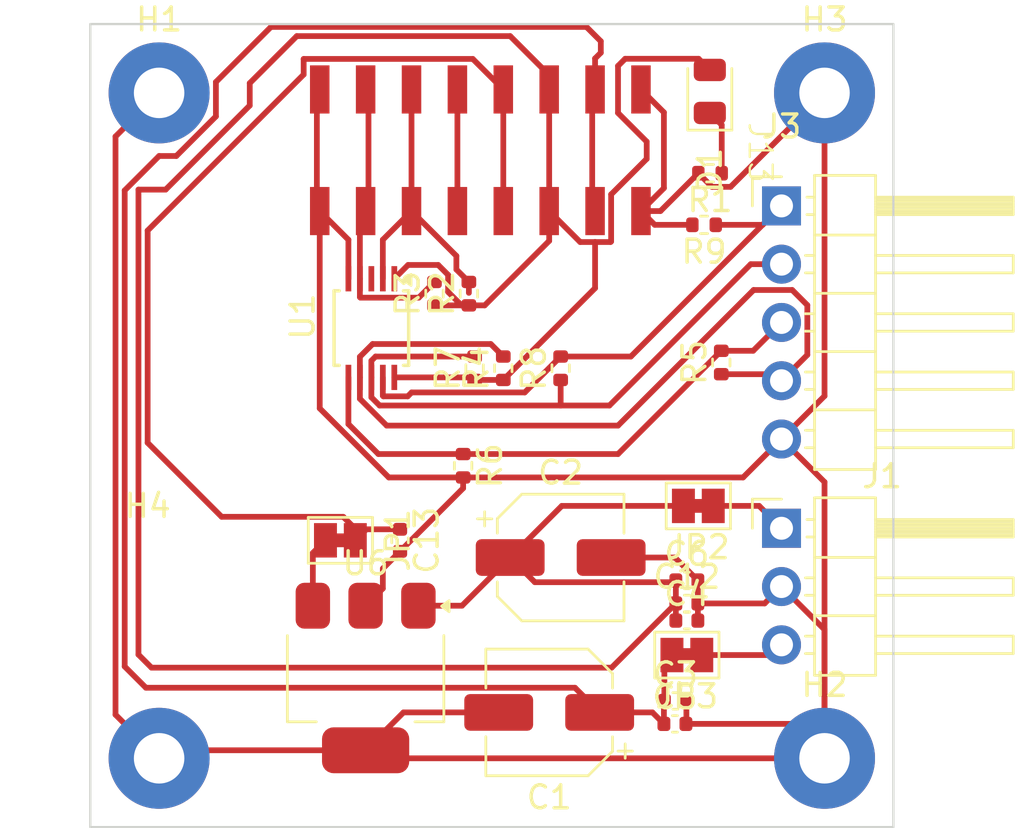
<source format=kicad_pcb>
(kicad_pcb (version 20240108) (generator "pcbnew") (generator_version "8.0")
  (layers (0 "F.Cu" signal) (31 "B.Cu" signal) (34 "B.Paste" user) (35 "F.Paste" user) (36 "B.SilkS" user "B.Silkscreen") (37 "F.SilkS" user "F.Silkscreen") (38 "B.Mask" user) (39 "F.Mask" user) (44 "Edge.Cuts" user))
  (net 0 "")
  (net 1 "GND")
  (net 2 "SDA")
  (net 3 "SCL")
  (net 4 "+3V3")
  (net 5 "+5V")
  (net 6 "Net-(J1-Pin_1)")
  (net 7 "Net-(J1-Pin_3)")
  (net 8 "+12V")
  (net 9 "IO2")
  (net 10 "Net-(D1-K)")
  (net 11 "DSDAM")
  (net 12 "DSCLP")
  (net 13 "DSCLM")
  (net 14 "DSDAP")
  (net 15 "Net-(JP1-A)")
  (footprint "MountingHole:MountingHole_2.2mm_M2_Pad_TopBottom" (layer "F.Cu") (at 247.5 97)
    (property "Reference" "H2" (at 0 -3.2 0) (layer "F.SilkS"))
    (property "Value" "MountingHole_Pad")
    (pad "1" thru_hole circle (at 0 0) (size 2.6 2.6) (drill 2.2) (layers "*.Cu" "*.Mask") (net 1 "GND"))
    (pad "1" connect circle (at 0 0) (size 4.4 4.4) (layers "F.Cu" "F.Mask") (net 1 "GND"))
    (pad "1" connect circle (at 0 0) (size 4.4 4.4) (layers "B.Cu" "B.Mask") (net 1 "GND"))
  )
  (footprint "Capacitor_SMD:C_0402_1005Metric" (layer "F.Cu") (at 241.5 90.25)
    (property "Reference" "C12" (at 0 -1.16 0) (layer "F.SilkS"))
    (property "Value" "4.7µF")
    (fp_line (start -0.107836 -0.36) (end 0.107836 -0.36) (stroke (width 0.12)) (layer "F.SilkS"))
    (fp_line (start -0.107836 0.36) (end 0.107836 0.36) (stroke (width 0.12)) (layer "F.SilkS"))
    (pad "1" smd roundrect (at -0.48 0) (size 0.56 0.62) (layers "F.Cu" "F.Paste" "F.Mask") (net 5 "+5V"))
    (pad "2" smd roundrect (at 0.48 0) (size 0.56 0.62) (layers "F.Cu" "F.Paste" "F.Mask") (net 1 "GND"))
  )
  (footprint "Package_SO:TSSOP-10_3x3mm_P0.5mm" (layer "F.Cu") (at 227.75 78.25 -90)
    (property "Reference" "U1" (at -0.5 3 90) (layer "F.SilkS"))
    (property "Value" "PCA9615DP")
    (fp_line (start -1.625 1.625) (end 1.625 1.625) (stroke (width 0.15)) (layer "F.SilkS"))
    (fp_line (start -1.625 1.625) (end -1.625 1.4) (stroke (width 0.15)) (layer "F.SilkS"))
    (fp_line (start 1.625 1.625) (end 1.625 1.4) (stroke (width 0.15)) (layer "F.SilkS"))
    (fp_line (start -1.625 -1.625) (end -1.625 -1.4) (stroke (width 0.15)) (layer "F.SilkS"))
    (fp_line (start -1.625 -1.625) (end 1.625 -1.625) (stroke (width 0.15)) (layer "F.SilkS"))
    (fp_line (start 1.625 -1.625) (end 1.625 -1.4) (stroke (width 0.15)) (layer "F.SilkS"))
    (fp_poly (pts (xy -2.1 -1.4) (xy -2.34 -1.73) (xy -1.86 -1.73) (xy -2.1 -1.4)) (stroke (width 0.12)) (fill solid) (layer "F.SilkS"))
    (pad "1" smd rect (at -2.15 -1 270) (size 1.1 0.25) (layers "F.Cu" "F.Paste" "F.Mask") (net 5 "+5V"))
    (pad "2" smd rect (at -2.15 -0.5 270) (size 1.1 0.25) (layers "F.Cu" "F.Paste" "F.Mask") (net 2 "SDA"))
    (pad "3" smd rect (at -2.15 0 270) (size 1.1 0.25) (layers "F.Cu" "F.Paste" "F.Mask"))
    (pad "4" smd rect (at -2.15 0.5 270) (size 1.1 0.25) (layers "F.Cu" "F.Paste" "F.Mask") (net 3 "SCL"))
    (pad "5" smd rect (at -2.15 1 270) (size 1.1 0.25) (layers "F.Cu" "F.Paste" "F.Mask") (net 1 "GND"))
    (pad "6" smd rect (at 2.15 1 270) (size 1.1 0.25) (layers "F.Cu" "F.Paste" "F.Mask") (net 13 "DSCLM"))
    (pad "7" smd rect (at 2.15 0.5 270) (size 1.1 0.25) (layers "F.Cu" "F.Paste" "F.Mask") (net 12 "DSCLP"))
    (pad "8" smd rect (at 2.15 0 270) (size 1.1 0.25) (layers "F.Cu" "F.Paste" "F.Mask") (net 14 "DSDAP"))
    (pad "9" smd rect (at 2.15 -0.5 270) (size 1.1 0.25) (layers "F.Cu" "F.Paste" "F.Mask") (net 11 "DSDAM"))
    (pad "10" smd rect (at 2.15 -1 270) (size 1.1 0.25) (layers "F.Cu" "F.Paste" "F.Mask") (net 5 "+5V"))
  )
  (footprint "Capacitor_SMD:CP_Elec_5x3" (layer "F.Cu") (at 236 88.25)
    (property "Reference" "C2" (at 0 -3.7 0) (layer "F.SilkS"))
    (property "Value" "0.1µF")
    (fp_line (start -3.625 -1.685) (end -3 -1.685) (stroke (width 0.12)) (layer "F.SilkS"))
    (fp_line (start -3.3125 -1.9975) (end -3.3125 -1.3725) (stroke (width 0.12)) (layer "F.SilkS"))
    (fp_line (start -2.76 -1.695563) (end -2.76 -1.06) (stroke (width 0.12)) (layer "F.SilkS"))
    (fp_line (start -2.76 -1.695563) (end -1.695563 -2.76) (stroke (width 0.12)) (layer "F.SilkS"))
    (fp_line (start -2.76 1.695563) (end -2.76 1.06) (stroke (width 0.12)) (layer "F.SilkS"))
    (fp_line (start -2.76 1.695563) (end -1.695563 2.76) (stroke (width 0.12)) (layer "F.SilkS"))
    (fp_line (start -1.695563 -2.76) (end 2.76 -2.76) (stroke (width 0.12)) (layer "F.SilkS"))
    (fp_line (start -1.695563 2.76) (end 2.76 2.76) (stroke (width 0.12)) (layer "F.SilkS"))
    (fp_line (start 2.76 -2.76) (end 2.76 -1.06) (stroke (width 0.12)) (layer "F.SilkS"))
    (fp_line (start 2.76 2.76) (end 2.76 1.06) (stroke (width 0.12)) (layer "F.SilkS"))
    (pad "1" smd roundrect (at -2.2 0) (size 3 1.6) (layers "F.Cu" "F.Paste" "F.Mask") (roundrect_rratio 0.15625) (net 5 "+5V"))
    (pad "2" smd roundrect (at 2.2 0) (size 3 1.6) (layers "F.Cu" "F.Paste" "F.Mask") (roundrect_rratio 0.15625) (net 1 "GND"))
  )
  (footprint "Resistor_SMD:R_0402_1005Metric" (layer "F.Cu") (at 232.25 80 90)
    (property "Reference" "R7" (at 0 -1.17 90) (layer "F.SilkS"))
    (property "Value" "600")
    (fp_line (start -0.153641 -0.38) (end 0.153641 -0.38) (stroke (width 0.12)) (layer "F.SilkS"))
    (fp_line (start -0.153641 0.38) (end 0.153641 0.38) (stroke (width 0.12)) (layer "F.SilkS"))
    (pad "1" smd roundrect (at -0.51 0 90) (size 0.54 0.64) (layers "F.Cu" "F.Paste" "F.Mask") (net 5 "+5V"))
    (pad "2" smd roundrect (at 0.51 0 90) (size 0.54 0.64) (layers "F.Cu" "F.Paste" "F.Mask") (net 14 "DSDAP"))
  )
  (footprint "Resistor_SMD:R_0402_1005Metric" (layer "F.Cu") (at 242.51 71.5 180)
    (property "Reference" "R1" (at 0 -1.17 0) (layer "F.SilkS"))
    (property "Value" "1k")
    (fp_line (start -0.153641 0.38) (end 0.153641 0.38) (stroke (width 0.12)) (layer "F.SilkS"))
    (fp_line (start -0.153641 -0.38) (end 0.153641 -0.38) (stroke (width 0.12)) (layer "F.SilkS"))
    (pad "1" smd roundrect (at -0.51 0 180) (size 0.54 0.64) (layers "F.Cu" "F.Paste" "F.Mask") (net 10 "Net-(D1-K)"))
    (pad "2" smd roundrect (at 0.51 0 180) (size 0.54 0.64) (layers "F.Cu" "F.Paste" "F.Mask") (net 1 "GND"))
  )
  (footprint "Jumper:SolderJumper-2_P1.3mm_Bridged_Pad1.0x1.5mm" (layer "F.Cu") (at 241.5 92.5 180)
    (property "Reference" "JP3" (at 0 -1.8 0) (layer "F.SilkS"))
    (property "Value" "MEASO")
    (fp_poly (pts (xy -0.25 -0.3) (xy 0.25 -0.3) (xy 0.25 0.3) (xy -0.25 0.3)) (fill solid) (layer "F.Cu"))
    (fp_line (start 1.4 1) (end -1.4 1) (stroke (width 0.12)) (layer "F.SilkS"))
    (fp_line (start 1.4 -1) (end 1.4 1) (stroke (width 0.12)) (layer "F.SilkS"))
    (fp_line (start -1.4 1) (end -1.4 -1) (stroke (width 0.12)) (layer "F.SilkS"))
    (fp_line (start -1.4 -1) (end 1.4 -1) (stroke (width 0.12)) (layer "F.SilkS"))
    (pad "1" smd rect (at -0.65 0 180) (size 1 1.5) (layers "F.Cu" "F.Mask") (net 7 "Net-(J1-Pin_3)"))
    (pad "2" smd rect (at 0.65 0 180) (size 1 1.5) (layers "F.Cu" "F.Mask") (net 8 "+12V"))
  )
  (footprint "Resistor_SMD:R_0402_1005Metric" (layer "F.Cu") (at 236 80 90)
    (property "Reference" "R8" (at 0 -1.17 90) (layer "F.SilkS"))
    (property "Value" "120")
    (fp_line (start -0.153641 -0.38) (end 0.153641 -0.38) (stroke (width 0.12)) (layer "F.SilkS"))
    (fp_line (start -0.153641 0.38) (end 0.153641 0.38) (stroke (width 0.12)) (layer "F.SilkS"))
    (pad "1" smd roundrect (at -0.51 0 90) (size 0.54 0.64) (layers "F.Cu" "F.Paste" "F.Mask") (net 14 "DSDAP"))
    (pad "2" smd roundrect (at 0.51 0 90) (size 0.54 0.64) (layers "F.Cu" "F.Paste" "F.Mask") (net 11 "DSDAM"))
  )
  (footprint "Connector_PinHeader_2.54mm:PinHeader_1x05_P2.54mm_Horizontal" (layer "F.Cu") (at 245.625 72.925)
    (property "Reference" "J3" (at 0 -3.46 0) (layer "F.SilkS"))
    (property "Value" "DATA")
    (fp_line (start -1.27 -1.27) (end 0 -1.27) (stroke (width 0.12)) (layer "F.SilkS"))
    (fp_line (start -1.27 0) (end -1.27 -1.27) (stroke (width 0.12)) (layer "F.SilkS"))
    (fp_line (start 1.042929 2.16) (end 1.44 2.16) (stroke (width 0.12)) (layer "F.SilkS"))
    (fp_line (start 1.042929 2.92) (end 1.44 2.92) (stroke (width 0.12)) (layer "F.SilkS"))
    (fp_line (start 1.042929 4.7) (end 1.44 4.7) (stroke (width 0.12)) (layer "F.SilkS"))
    (fp_line (start 1.042929 5.46) (end 1.44 5.46) (stroke (width 0.12)) (layer "F.SilkS"))
    (fp_line (start 1.042929 7.24) (end 1.44 7.24) (stroke (width 0.12)) (layer "F.SilkS"))
    (fp_line (start 1.042929 8) (end 1.44 8) (stroke (width 0.12)) (layer "F.SilkS"))
    (fp_line (start 1.042929 9.78) (end 1.44 9.78) (stroke (width 0.12)) (layer "F.SilkS"))
    (fp_line (start 1.042929 10.54) (end 1.44 10.54) (stroke (width 0.12)) (layer "F.SilkS"))
    (fp_line (start 1.11 -0.38) (end 1.44 -0.38) (stroke (width 0.12)) (layer "F.SilkS"))
    (fp_line (start 1.11 0.38) (end 1.44 0.38) (stroke (width 0.12)) (layer "F.SilkS"))
    (fp_line (start 1.44 -1.33) (end 1.44 11.49) (stroke (width 0.12)) (layer "F.SilkS"))
    (fp_line (start 1.44 1.27) (end 4.1 1.27) (stroke (width 0.12)) (layer "F.SilkS"))
    (fp_line (start 1.44 3.81) (end 4.1 3.81) (stroke (width 0.12)) (layer "F.SilkS"))
    (fp_line (start 1.44 6.35) (end 4.1 6.35) (stroke (width 0.12)) (layer "F.SilkS"))
    (fp_line (start 1.44 8.89) (end 4.1 8.89) (stroke (width 0.12)) (layer "F.SilkS"))
    (fp_line (start 1.44 11.49) (end 4.1 11.49) (stroke (width 0.12)) (layer "F.SilkS"))
    (fp_line (start 4.1 -1.33) (end 1.44 -1.33) (stroke (width 0.12)) (layer "F.SilkS"))
    (fp_line (start 4.1 -0.38) (end 10.1 -0.38) (stroke (width 0.12)) (layer "F.SilkS"))
    (fp_line (start 4.1 -0.32) (end 10.1 -0.32) (stroke (width 0.12)) (layer "F.SilkS"))
    (fp_line (start 4.1 -0.2) (end 10.1 -0.2) (stroke (width 0.12)) (layer "F.SilkS"))
    (fp_line (start 4.1 -0.08) (end 10.1 -0.08) (stroke (width 0.12)) (layer "F.SilkS"))
    (fp_line (start 4.1 0.04) (end 10.1 0.04) (stroke (width 0.12)) (layer "F.SilkS"))
    (fp_line (start 4.1 0.16) (end 10.1 0.16) (stroke (width 0.12)) (layer "F.SilkS"))
    (fp_line (start 4.1 0.28) (end 10.1 0.28) (stroke (width 0.12)) (layer "F.SilkS"))
    (fp_line (start 4.1 2.16) (end 10.1 2.16) (stroke (width 0.12)) (layer "F.SilkS"))
    (fp_line (start 4.1 4.7) (end 10.1 4.7) (stroke (width 0.12)) (layer "F.SilkS"))
    (fp_line (start 4.1 7.24) (end 10.1 7.24) (stroke (width 0.12)) (layer "F.SilkS"))
    (fp_line (start 4.1 9.78) (end 10.1 9.78) (stroke (width 0.12)) (layer "F.SilkS"))
    (fp_line (start 4.1 11.49) (end 4.1 -1.33) (stroke (width 0.12)) (layer "F.SilkS"))
    (fp_line (start 10.1 -0.38) (end 10.1 0.38) (stroke (width 0.12)) (layer "F.SilkS"))
    (fp_line (start 10.1 0.38) (end 4.1 0.38) (stroke (width 0.12)) (layer "F.SilkS"))
    (fp_line (start 10.1 2.16) (end 10.1 2.92) (stroke (width 0.12)) (layer "F.SilkS"))
    (fp_line (start 10.1 2.92) (end 4.1 2.92) (stroke (width 0.12)) (layer "F.SilkS"))
    (fp_line (start 10.1 4.7) (end 10.1 5.46) (stroke (width 0.12)) (layer "F.SilkS"))
    (fp_line (start 10.1 5.46) (end 4.1 5.46) (stroke (width 0.12)) (layer "F.SilkS"))
    (fp_line (start 10.1 7.24) (end 10.1 8) (stroke (width 0.12)) (layer "F.SilkS"))
    (fp_line (start 10.1 8) (end 4.1 8) (stroke (width 0.12)) (layer "F.SilkS"))
    (fp_line (start 10.1 9.78) (end 10.1 10.54) (stroke (width 0.12)) (layer "F.SilkS"))
    (fp_line (start 10.1 10.54) (end 4.1 10.54) (stroke (width 0.12)) (layer "F.SilkS"))
    (pad "1" thru_hole rect (at 0 0) (size 1.7 1.7) (drill 1) (layers "*.Cu" "*.Mask") (net 11 "DSDAM"))
    (pad "2" thru_hole oval (at 0 2.54) (size 1.7 1.7) (drill 1) (layers "*.Cu" "*.Mask") (net 14 "DSDAP"))
    (pad "3" thru_hole oval (at 0 5.08) (size 1.7 1.7) (drill 1) (layers "*.Cu" "*.Mask") (net 13 "DSCLM"))
    (pad "4" thru_hole oval (at 0 7.62) (size 1.7 1.7) (drill 1) (layers "*.Cu" "*.Mask") (net 12 "DSCLP"))
    (pad "5" thru_hole oval (at 0 10.16) (size 1.7 1.7) (drill 1) (layers "*.Cu" "*.Mask") (net 1 "GND"))
  )
  (footprint "MountingHole:MountingHole_2.2mm_M2_Pad_TopBottom" (layer "F.Cu") (at 218.5 97)
    (property "Reference" "H4" (at -0.5 -11 0) (layer "F.SilkS"))
    (property "Value" "MountingHole_Pad")
    (pad "1" thru_hole circle (at 0 0) (size 2.6 2.6) (drill 2.2) (layers "*.Cu" "*.Mask") (net 1 "GND"))
    (pad "1" connect circle (at 0 0) (size 4.4 4.4) (layers "F.Cu" "F.Mask") (net 1 "GND"))
    (pad "1" connect circle (at 0 0) (size 4.4 4.4) (layers "B.Cu" "B.Mask") (net 1 "GND"))
  )
  (footprint "Capacitor_SMD:C_0402_1005Metric" (layer "F.Cu") (at 241 94.5)
    (property "Reference" "C3" (at 0 -1.16 0) (layer "F.SilkS"))
    (property "Value" "0.22µF")
    (fp_line (start -0.107836 -0.36) (end 0.107836 -0.36) (stroke (width 0.12)) (layer "F.SilkS"))
    (fp_line (start -0.107836 0.36) (end 0.107836 0.36) (stroke (width 0.12)) (layer "F.SilkS"))
    (pad "1" smd roundrect (at -0.48 0) (size 0.56 0.62) (layers "F.Cu" "F.Paste" "F.Mask") (net 8 "+12V"))
    (pad "2" smd roundrect (at 0.48 0) (size 0.56 0.62) (layers "F.Cu" "F.Paste" "F.Mask") (net 1 "GND"))
  )
  (footprint "Jumper:SolderJumper-2_P1.3mm_Bridged_Pad1.0x1.5mm" (layer "F.Cu") (at 226.4 87.5)
    (property "Reference" "JP1" (at 2.5 0 90) (layer "F.SilkS"))
    (property "Value" "MEASO")
    (fp_poly (pts (xy -0.25 -0.3) (xy 0.25 -0.3) (xy 0.25 0.3) (xy -0.25 0.3)) (fill solid) (layer "F.Cu"))
    (fp_line (start -1.4 -1) (end 1.4 -1) (stroke (width 0.12)) (layer "F.SilkS"))
    (fp_line (start -1.4 1) (end -1.4 -1) (stroke (width 0.12)) (layer "F.SilkS"))
    (fp_line (start 1.4 -1) (end 1.4 1) (stroke (width 0.12)) (layer "F.SilkS"))
    (fp_line (start 1.4 1) (end -1.4 1) (stroke (width 0.12)) (layer "F.SilkS"))
    (pad "1" smd rect (at -0.65 0) (size 1 1.5) (layers "F.Cu" "F.Mask") (net 15 "Net-(JP1-A)"))
    (pad "2" smd rect (at 0.65 0) (size 1 1.5) (layers "F.Cu" "F.Mask") (net 4 "+3V3"))
  )
  (footprint "Capacitor_SMD:C_0402_1005Metric" (layer "F.Cu") (at 241.5 89.25)
    (property "Reference" "C6" (at 0 -1.16 0) (layer "F.SilkS"))
    (property "Value" "0.1µF")
    (fp_line (start -0.107836 -0.36) (end 0.107836 -0.36) (stroke (width 0.12)) (layer "F.SilkS"))
    (fp_line (start -0.107836 0.36) (end 0.107836 0.36) (stroke (width 0.12)) (layer "F.SilkS"))
    (pad "1" smd roundrect (at -0.48 0) (size 0.56 0.62) (layers "F.Cu" "F.Paste" "F.Mask") (net 5 "+5V"))
    (pad "2" smd roundrect (at 0.48 0) (size 0.56 0.62) (layers "F.Cu" "F.Paste" "F.Mask") (net 1 "GND"))
  )
  (footprint "LED_SMD:LED_0805_2012Metric" (layer "F.Cu") (at 242.5 67.9375 90)
    (property "Reference" "D1" (at -3.4375 0 90) (layer "F.SilkS"))
    (property "Value" "GREEN")
    (fp_line (start 1 -0.96) (end -1.685 -0.96) (stroke (width 0.12)) (layer "F.SilkS"))
    (fp_line (start -1.685 -0.96) (end -1.685 0.96) (stroke (width 0.12)) (layer "F.SilkS"))
    (fp_line (start -1.685 0.96) (end 1 0.96) (stroke (width 0.12)) (layer "F.SilkS"))
    (pad "1" smd roundrect (at -0.9375 0 90) (size 0.975 1.4) (layers "F.Cu" "F.Paste" "F.Mask") (net 10 "Net-(D1-K)"))
    (pad "2" smd roundrect (at 0.9375 0 90) (size 0.975 1.4) (layers "F.Cu" "F.Paste" "F.Mask") (net 5 "+5V"))
  )
  (footprint "Resistor_SMD:R_0402_1005Metric" (layer "F.Cu") (at 230.5 76.75 90)
    (property "Reference" "R3" (at 0 -1.17 90) (layer "F.SilkS"))
    (property "Value" "4k7")
    (fp_line (start -0.153641 -0.38) (end 0.153641 -0.38) (stroke (width 0.12)) (layer "F.SilkS"))
    (fp_line (start -0.153641 0.38) (end 0.153641 0.38) (stroke (width 0.12)) (layer "F.SilkS"))
    (pad "1" smd roundrect (at -0.51 0 90) (size 0.54 0.64) (layers "F.Cu" "F.Paste" "F.Mask") (net 5 "+5V"))
    (pad "2" smd roundrect (at 0.51 0 90) (size 0.54 0.64) (layers "F.Cu" "F.Paste" "F.Mask") (net 3 "SCL"))
  )
  (footprint "Connector_PinHeader_2.54mm:PinHeader_1x03_P2.54mm_Horizontal" (layer "F.Cu") (at 245.625 86.975)
    (property "Reference" "J1" (at 4.385 -2.27 0) (layer "F.SilkS"))
    (property "Value" "Power")
    (fp_line (start -1.27 -1.27) (end 0 -1.27) (stroke (width 0.12)) (layer "F.SilkS"))
    (fp_line (start -1.27 0) (end -1.27 -1.27) (stroke (width 0.12)) (layer "F.SilkS"))
    (fp_line (start 1.042929 2.16) (end 1.44 2.16) (stroke (width 0.12)) (layer "F.SilkS"))
    (fp_line (start 1.042929 2.92) (end 1.44 2.92) (stroke (width 0.12)) (layer "F.SilkS"))
    (fp_line (start 1.042929 4.7) (end 1.44 4.7) (stroke (width 0.12)) (layer "F.SilkS"))
    (fp_line (start 1.042929 5.46) (end 1.44 5.46) (stroke (width 0.12)) (layer "F.SilkS"))
    (fp_line (start 1.11 -0.38) (end 1.44 -0.38) (stroke (width 0.12)) (layer "F.SilkS"))
    (fp_line (start 1.11 0.38) (end 1.44 0.38) (stroke (width 0.12)) (layer "F.SilkS"))
    (fp_line (start 1.44 -1.33) (end 1.44 6.41) (stroke (width 0.12)) (layer "F.SilkS"))
    (fp_line (start 1.44 1.27) (end 4.1 1.27) (stroke (width 0.12)) (layer "F.SilkS"))
    (fp_line (start 1.44 3.81) (end 4.1 3.81) (stroke (width 0.12)) (layer "F.SilkS"))
    (fp_line (start 1.44 6.41) (end 4.1 6.41) (stroke (width 0.12)) (layer "F.SilkS"))
    (fp_line (start 4.1 -1.33) (end 1.44 -1.33) (stroke (width 0.12)) (layer "F.SilkS"))
    (fp_line (start 4.1 -0.38) (end 10.1 -0.38) (stroke (width 0.12)) (layer "F.SilkS"))
    (fp_line (start 4.1 -0.32) (end 10.1 -0.32) (stroke (width 0.12)) (layer "F.SilkS"))
    (fp_line (start 4.1 -0.2) (end 10.1 -0.2) (stroke (width 0.12)) (layer "F.SilkS"))
    (fp_line (start 4.1 -0.08) (end 10.1 -0.08) (stroke (width 0.12)) (layer "F.SilkS"))
    (fp_line (start 4.1 0.04) (end 10.1 0.04) (stroke (width 0.12)) (layer "F.SilkS"))
    (fp_line (start 4.1 0.16) (end 10.1 0.16) (stroke (width 0.12)) (layer "F.SilkS"))
    (fp_line (start 4.1 0.28) (end 10.1 0.28) (stroke (width 0.12)) (layer "F.SilkS"))
    (fp_line (start 4.1 2.16) (end 10.1 2.16) (stroke (width 0.12)) (layer "F.SilkS"))
    (fp_line (start 4.1 4.7) (end 10.1 4.7) (stroke (width 0.12)) (layer "F.SilkS"))
    (fp_line (start 4.1 6.41) (end 4.1 -1.33) (stroke (width 0.12)) (layer "F.SilkS"))
    (fp_line (start 10.1 -0.38) (end 10.1 0.38) (stroke (width 0.12)) (layer "F.SilkS"))
    (fp_line (start 10.1 0.38) (end 4.1 0.38) (stroke (width 0.12)) (layer "F.SilkS"))
    (fp_line (start 10.1 2.16) (end 10.1 2.92) (stroke (width 0.12)) (layer "F.SilkS"))
    (fp_line (start 10.1 2.92) (end 4.1 2.92) (stroke (width 0.12)) (layer "F.SilkS"))
    (fp_line (start 10.1 4.7) (end 10.1 5.46) (stroke (width 0.12)) (layer "F.SilkS"))
    (fp_line (start 10.1 5.46) (end 4.1 5.46) (stroke (width 0.12)) (layer "F.SilkS"))
    (pad "1" thru_hole rect (at 0 0) (size 1.7 1.7) (drill 1) (layers "*.Cu" "*.Mask") (net 6 "Net-(J1-Pin_1)"))
    (pad "2" thru_hole oval (at 0 2.54) (size 1.7 1.7) (drill 1) (layers "*.Cu" "*.Mask") (net 1 "GND"))
    (pad "3" thru_hole oval (at 0 5.08) (size 1.7 1.7) (drill 1) (layers "*.Cu" "*.Mask") (net 7 "Net-(J1-Pin_3)"))
  )
  (footprint "Capacitor_SMD:CP_Elec_5x3" (layer "F.Cu") (at 235.5 95 180)
    (property "Reference" "C1" (at 0 -3.7 0) (layer "F.SilkS"))
    (property "Value" "0.1µF")
    (fp_line (start 2.76 2.76) (end 2.76 1.06) (stroke (width 0.12)) (layer "F.SilkS"))
    (fp_line (start 2.76 -2.76) (end 2.76 -1.06) (stroke (width 0.12)) (layer "F.SilkS"))
    (fp_line (start -1.695563 2.76) (end 2.76 2.76) (stroke (width 0.12)) (layer "F.SilkS"))
    (fp_line (start -1.695563 -2.76) (end 2.76 -2.76) (stroke (width 0.12)) (layer "F.SilkS"))
    (fp_line (start -2.76 1.695563) (end -1.695563 2.76) (stroke (width 0.12)) (layer "F.SilkS"))
    (fp_line (start -2.76 1.695563) (end -2.76 1.06) (stroke (width 0.12)) (layer "F.SilkS"))
    (fp_line (start -2.76 -1.695563) (end -1.695563 -2.76) (stroke (width 0.12)) (layer "F.SilkS"))
    (fp_line (start -2.76 -1.695563) (end -2.76 -1.06) (stroke (width 0.12)) (layer "F.SilkS"))
    (fp_line (start -3.3125 -1.9975) (end -3.3125 -1.3725) (stroke (width 0.12)) (layer "F.SilkS"))
    (fp_line (start -3.625 -1.685) (end -3 -1.685) (stroke (width 0.12)) (layer "F.SilkS"))
    (pad "1" smd roundrect (at -2.2 0 180) (size 3 1.6) (layers "F.Cu" "F.Paste" "F.Mask") (roundrect_rratio 0.15625) (net 8 "+12V"))
    (pad "2" smd roundrect (at 2.2 0 180) (size 3 1.6) (layers "F.Cu" "F.Paste" "F.Mask") (roundrect_rratio 0.15625) (net 1 "GND"))
  )
  (footprint "CustomFotLibByJan:BF100-16-A-D-1-0640-L-C" (layer "F.Cu") (at 239.5 67.85 -90)
    (property "Reference" "J13" (at 2.75 -5.2 -90) (layer "F.SilkS") (effects (font (thickness 0.1))))
    (property "Value" "Steckverbinder_Male_1")
    (pad "" np_thru_hole circle (at 2.65 1 270) (size 0.5 0.5) (drill 1.5) (layers "F&B.Cu" "*.Mask"))
    (pad "" np_thru_hole circle (at 2.65 13 270) (size 0.5 0.5) (drill 1.5) (layers "F&B.Cu" "*.Mask"))
    (pad "a1" smd rect (at 0 0 270) (size 2.1 0.85) (layers "F.Cu" "F.Paste" "F.Mask") (net 1 "GND"))
    (pad "a2" smd rect (at 0 2 270) (size 2.1 0.85) (layers "F.Cu" "F.Paste" "F.Mask") (net 8 "+12V"))
    (pad "a3" smd rect (at 0 4 270) (size 2.1 0.85) (layers "F.Cu" "F.Paste" "F.Mask") (net 5 "+5V"))
    (pad "a4" smd rect (at 0 6 270) (size 2.1 0.85) (layers "F.Cu" "F.Paste" "F.Mask") (net 4 "+3V3"))
    (pad "a5" smd rect (at 0 8 270) (size 2.1 0.85) (layers "F.Cu" "F.Paste" "F.Mask") (net 9 "IO2"))
    (pad "a6" smd rect (at 0 10 270) (size 2.1 0.85) (layers "F.Cu" "F.Paste" "F.Mask") (net 2 "SDA"))
    (pad "a7" smd rect (at 0 12 270) (size 2.1 0.85) (layers "F.Cu" "F.Paste" "F.Mask") (net 3 "SCL"))
    (pad "a8" smd rect (at 0 14 270) (size 2.1 0.85) (layers "F.Cu" "F.Paste" "F.Mask") (net 1 "GND"))
    (pad "b1" smd rect (at 5.3 0 270) (size 2.1 0.85) (layers "F.Cu" "F.Paste" "F.Mask") (net 1 "GND"))
    (pad "b2" smd rect (at 5.3 2 270) (size 2.1 0.85) (layers "F.Cu" "F.Paste" "F.Mask") (net 8 "+12V"))
    (pad "b3" smd rect (at 5.3 4 270) (size 2.1 0.85) (layers "F.Cu" "F.Paste" "F.Mask") (net 5 "+5V"))
    (pad "b4" smd rect (at 5.3 6 270) (size 2.1 0.85) (layers "F.Cu" "F.Paste" "F.Mask") (net 4 "+3V3"))
    (pad "b5" smd rect (at 5.3 8 270) (size 2.1 0.85) (layers "F.Cu" "F.Paste" "F.Mask") (net 9 "IO2"))
    (pad "b6" smd rect (at 5.3 10 270) (size 2.1 0.85) (layers "F.Cu" "F.Paste" "F.Mask") (net 2 "SDA"))
    (pad "b7" smd rect (at 5.3 12 270) (size 2.1 0.85) (layers "F.Cu" "F.Paste" "F.Mask") (net 3 "SCL"))
    (pad "b8" smd rect (at 5.3 14 270) (size 2.1 0.85) (layers "F.Cu" "F.Paste" "F.Mask") (net 1 "GND"))
  )
  (footprint "Capacitor_SMD:C_0402_1005Metric" (layer "F.Cu") (at 229 87.5 -90)
    (property "Reference" "C13" (at 0 -1.16 90) (layer "F.SilkS"))
    (property "Value" "4.7µF")
    (fp_line (start -0.107836 0.36) (end 0.107836 0.36) (stroke (width 0.12)) (layer "F.SilkS"))
    (fp_line (start -0.107836 -0.36) (end 0.107836 -0.36) (stroke (width 0.12)) (layer "F.SilkS"))
    (pad "1" smd roundrect (at -0.48 0 270) (size 0.56 0.62) (layers "F.Cu" "F.Paste" "F.Mask") (net 4 "+3V3"))
    (pad "2" smd roundrect (at 0.48 0 270) (size 0.56 0.62) (layers "F.Cu" "F.Paste" "F.Mask") (net 1 "GND"))
  )
  (footprint "Resistor_SMD:R_0402_1005Metric" (layer "F.Cu") (at 232 76.75 90)
    (property "Reference" "R2" (at 0 -1.17 90) (layer "F.SilkS"))
    (property "Value" "4k7")
    (fp_line (start -0.153641 -0.38) (end 0.153641 -0.38) (stroke (width 0.12)) (layer "F.SilkS"))
    (fp_line (start -0.153641 0.38) (end 0.153641 0.38) (stroke (width 0.12)) (layer "F.SilkS"))
    (pad "1" smd roundrect (at -0.51 0 90) (size 0.54 0.64) (layers "F.Cu" "F.Paste" "F.Mask") (net 5 "+5V"))
    (pad "2" smd roundrect (at 0.51 0 90) (size 0.54 0.64) (layers "F.Cu" "F.Paste" "F.Mask") (net 2 "SDA"))
  )
  (footprint "Capacitor_SMD:C_0402_1005Metric" (layer "F.Cu") (at 240.98 95.5)
    (property "Reference" "C5" (at 0 -1.16 0) (layer "F.SilkS"))
    (property "Value" "0.1µF")
    (fp_line (start -0.107836 -0.36) (end 0.107836 -0.36) (stroke (width 0.12)) (layer "F.SilkS"))
    (fp_line (start -0.107836 0.36) (end 0.107836 0.36) (stroke (width 0.12)) (layer "F.SilkS"))
    (pad "1" smd roundrect (at -0.48 0) (size 0.56 0.62) (layers "F.Cu" "F.Paste" "F.Mask") (net 8 "+12V"))
    (pad "2" smd roundrect (at 0.48 0) (size 0.56 0.62) (layers "F.Cu" "F.Paste" "F.Mask") (net 1 "GND"))
  )
  (footprint "MountingHole:MountingHole_2.2mm_M2_Pad_TopBottom" (layer "F.Cu") (at 218.5 68)
    (property "Reference" "H1" (at 0 -3.2 0) (layer "F.SilkS"))
    (property "Value" "MountingHole_Pad")
    (pad "1" thru_hole circle (at 0 0) (size 2.6 2.6) (drill 2.2) (layers "*.Cu" "*.Mask") (net 1 "GND"))
    (pad "1" connect circle (at 0 0) (size 4.4 4.4) (layers "F.Cu" "F.Mask") (net 1 "GND"))
    (pad "1" connect circle (at 0 0) (size 4.4 4.4) (layers "B.Cu" "B.Mask") (net 1 "GND"))
  )
  (footprint "Resistor_SMD:R_0402_1005Metric" (layer "F.Cu") (at 231.75 84.25 -90)
    (property "Reference" "R6" (at 0 -1.17 90) (layer "F.SilkS"))
    (property "Value" "600")
    (fp_line (start -0.153641 0.38) (end 0.153641 0.38) (stroke (width 0.12)) (layer "F.SilkS"))
    (fp_line (start -0.153641 -0.38) (end 0.153641 -0.38) (stroke (width 0.12)) (layer "F.SilkS"))
    (pad "1" smd roundrect (at -0.51 0 270) (size 0.54 0.64) (layers "F.Cu" "F.Paste" "F.Mask") (net 13 "DSCLM"))
    (pad "2" smd roundrect (at 0.51 0 270) (size 0.54 0.64) (layers "F.Cu" "F.Paste" "F.Mask") (net 1 "GND"))
  )
  (footprint "Package_TO_SOT_SMD:SOT-223-3_TabPin2" (layer "F.Cu") (at 227.5 93.5 -90)
    (property "Reference" "U6" (at -5 0 0) (layer "F.SilkS"))
    (property "Value" "AP7361C-33E")
    (fp_line (start -1.85 3.41) (end 1.91 3.41) (stroke (width 0.12)) (layer "F.SilkS"))
    (fp_line (start 1.91 3.41) (end 1.91 2.15) (stroke (width 0.12)) (layer "F.SilkS"))
    (fp_line (start -1.85 -3.41) (end 1.91 -3.41) (stroke (width 0.12)) (layer "F.SilkS"))
    (fp_line (start 1.91 -3.41) (end 1.91 -2.15) (stroke (width 0.12)) (layer "F.SilkS"))
    (fp_poly (pts (xy -3.13 -3.31) (xy -3.37 -3.64) (xy -2.89 -3.64) (xy -3.13 -3.31)) (stroke (width 0.12)) (fill solid) (layer "F.SilkS"))
    (pad "1" smd roundrect (at -3.15 -2.3 270) (size 2 1.5) (layers "F.Cu" "F.Paste" "F.Mask") (net 5 "+5V"))
    (pad "2" smd roundrect (at -3.15 0 270) (size 2 1.5) (layers "F.Cu" "F.Paste" "F.Mask") (net 1 "GND"))
    (pad "2" smd roundrect (at 3.15 0 270) (size 2 3.8) (layers "F.Cu" "F.Paste" "F.Mask") (net 1 "GND"))
    (pad "3" smd roundrect (at -3.15 2.3 270) (size 2 1.5) (layers "F.Cu" "F.Paste" "F.Mask") (net 15 "Net-(JP1-A)"))
  )
  (footprint "Resistor_SMD:R_0402_1005Metric" (layer "F.Cu") (at 233.5 80 90)
    (property "Reference" "R4" (at 0 -1.17 90) (layer "F.SilkS"))
    (property "Value" "600")
    (fp_line (start -0.153641 -0.38) (end 0.153641 -0.38) (stroke (width 0.12)) (layer "F.SilkS"))
    (fp_line (start -0.153641 0.38) (end 0.153641 0.38) (stroke (width 0.12)) (layer "F.SilkS"))
    (pad "1" smd roundrect (at -0.51 0 90) (size 0.54 0.64) (layers "F.Cu" "F.Paste" "F.Mask") (net 5 "+5V"))
    (pad "2" smd roundrect (at 0.51 0 90) (size 0.54 0.64) (layers "F.Cu" "F.Paste" "F.Mask") (net 12 "DSCLP"))
  )
  (footprint "Jumper:SolderJumper-2_P1.3mm_Bridged_Pad1.0x1.5mm" (layer "F.Cu") (at 242 86 180)
    (property "Reference" "JP2" (at 0 -1.8 0) (layer "F.SilkS"))
    (property "Value" "MEASO")
    (fp_poly (pts (xy -0.25 -0.3) (xy 0.25 -0.3) (xy 0.25 0.3) (xy -0.25 0.3)) (fill solid) (layer "F.Cu"))
    (fp_line (start 1.4 1) (end -1.4 1) (stroke (width 0.12)) (layer "F.SilkS"))
    (fp_line (start 1.4 -1) (end 1.4 1) (stroke (width 0.12)) (layer "F.SilkS"))
    (fp_line (start -1.4 1) (end -1.4 -1) (stroke (width 0.12)) (layer "F.SilkS"))
    (fp_line (start -1.4 -1) (end 1.4 -1) (stroke (width 0.12)) (layer "F.SilkS"))
    (pad "1" smd rect (at -0.65 0 180) (size 1 1.5) (layers "F.Cu" "F.Mask") (net 6 "Net-(J1-Pin_1)"))
    (pad "2" smd rect (at 0.65 0 180) (size 1 1.5) (layers "F.Cu" "F.Mask") (net 5 "+5V"))
  )
  (footprint "MountingHole:MountingHole_2.2mm_M2_Pad_TopBottom" (layer "F.Cu") (at 247.5 68)
    (property "Reference" "H3" (at 0 -3.2 0) (layer "F.SilkS"))
    (property "Value" "MountingHole_Pad")
    (pad "1" thru_hole circle (at 0 0) (size 2.6 2.6) (drill 2.2) (layers "*.Cu" "*.Mask") (net 1 "GND"))
    (pad "1" connect circle (at 0 0) (size 4.4 4.4) (layers "F.Cu" "F.Mask") (net 1 "GND"))
    (pad "1" connect circle (at 0 0) (size 4.4 4.4) (layers "B.Cu" "B.Mask") (net 1 "GND"))
  )
  (footprint "Capacitor_SMD:C_0402_1005Metric" (layer "F.Cu") (at 241.5 91)
    (property "Reference" "C4" (at 0 -1.16 0) (layer "F.SilkS"))
    (property "Value" "0.22µF")
    (fp_line (start -0.107836 -0.36) (end 0.107836 -0.36) (stroke (width 0.12)) (layer "F.SilkS"))
    (fp_line (start -0.107836 0.36) (end 0.107836 0.36) (stroke (width 0.12)) (layer "F.SilkS"))
    (pad "1" smd roundrect (at -0.48 0) (size 0.56 0.62) (layers "F.Cu" "F.Paste" "F.Mask") (net 5 "+5V"))
    (pad "2" smd roundrect (at 0.48 0) (size 0.56 0.62) (layers "F.Cu" "F.Paste" "F.Mask") (net 1 "GND"))
  )
  (footprint "Resistor_SMD:R_0402_1005Metric" (layer "F.Cu") (at 243 79.75 90)
    (property "Reference" "R5" (at 0 -1.17 90) (layer "F.SilkS"))
    (property "Value" "120")
    (fp_line (start -0.153641 -0.38) (end 0.153641 -0.38) (stroke (width 0.12)) (layer "F.SilkS"))
    (fp_line (start -0.153641 0.38) (end 0.153641 0.38) (stroke (width 0.12)) (layer "F.SilkS"))
    (pad "1" smd roundrect (at -0.51 0 90) (size 0.54 0.64) (layers "F.Cu" "F.Paste" "F.Mask") (net 12 "DSCLP"))
    (pad "2" smd roundrect (at 0.51 0 90) (size 0.54 0.64) (layers "F.Cu" "F.Paste" "F.Mask") (net 13 "DSCLM"))
  )
  (footprint "Resistor_SMD:R_0402_1005Metric" (layer "F.Cu") (at 242.25 73.75 180)
    (property "Reference" "R9" (at 0 -1.17 0) (layer "F.SilkS"))
    (property "Value" "600")
    (fp_line (start -0.153641 0.38) (end 0.153641 0.38) (stroke (width 0.12)) (layer "F.SilkS"))
    (fp_line (start -0.153641 -0.38) (end 0.153641 -0.38) (stroke (width 0.12)) (layer "F.SilkS"))
    (pad "1" smd roundrect (at -0.51 0 180) (size 0.54 0.64) (layers "F.Cu" "F.Paste" "F.Mask") (net 11 "DSDAM"))
    (pad "2" smd roundrect (at 0.51 0 180) (size 0.54 0.64) (layers "F.Cu" "F.Paste" "F.Mask") (net 1 "GND"))
  )
  (gr_rect (start 215.5 65) (end 250.5 100) (stroke (width 0.1)) (fill none) (layer "Edge.Cuts"))
  (segment (start 216.6 69.9) (end 218.5 68) (width 0.25) (layer "F.Cu") (net 1))
  (segment (start 247.5 84.96) (end 245.625 83.085) (width 0.25) (layer "F.Cu") (net 1))
  (segment (start 229.15 95) (end 227.5 96.65) (width 0.25) (layer "F.Cu") (net 1))
  (segment (start 241.98 89.25) (end 241.98 90.25) (width 0.25) (layer "F.Cu") (net 1))
  (segment (start 247.5 68) (end 243.405 72.095) (width 0.25) (layer "F.Cu") (net 1))
  (segment (start 233.3 95) (end 229.15 95) (width 0.25) (layer "F.Cu") (net 1))
  (segment (start 241.46 95.5) (end 246 95.5) (width 0.25) (layer "F.Cu") (net 1))
  (segment (start 247.5 91.39) (end 245.625 89.515) (width 0.25) (layer "F.Cu") (net 1))
  (segment (start 247.5 97) (end 227.85 97) (width 0.25) (layer "F.Cu") (net 1))
  (segment (start 240.1 73.75) (end 239.5 73.15) (width 0.25) (layer "F.Cu") (net 1))
  (segment (start 231.75 84.76) (end 243.95 84.76) (width 0.25) (layer "F.Cu") (net 1))
  (segment (start 218.5 97) (end 216.6 95.1) (width 0.25) (layer "F.Cu") (net 1))
  (segment (start 245.625 83.085) (end 247.5 81.21) (width 0.25) (layer "F.Cu") (net 1))
  (segment (start 241.48 95.48) (end 241.46 95.5) (width 0.25) (layer "F.Cu") (net 1))
  (segment (start 247.5 97) (end 247.5 91.39) (width 0.25) (layer "F.Cu") (net 1))
  (segment (start 246 95.5) (end 247.5 97) (width 0.25) (layer "F.Cu") (net 1))
  (segment (start 238.2 88.25) (end 240.98 88.25) (width 0.25) (layer "F.Cu") (net 1))
  (segment (start 231.75 85.23) (end 229 87.98) (width 0.25) (layer "F.Cu") (net 1))
  (segment (start 229 87.98) (end 228.25 88.73) (width 0.25) (layer "F.Cu") (net 1))
  (segment (start 244.89 90.25) (end 245.625 89.515) (width 0.25) (layer "F.Cu") (net 1))
  (segment (start 218.85 96.65) (end 218.5 97) (width 0.25) (layer "F.Cu") (net 1))
  (segment (start 241.74 73.75) (end 240.1 73.75) (width 0.25) (layer "F.Cu") (net 1))
  (segment (start 241.98 90.25) (end 244.89 90.25) (width 0.25) (layer "F.Cu") (net 1))
  (segment (start 242.595 72.095) (end 242 71.5) (width 0.25) (layer "F.Cu") (net 1))
  (segment (start 231.75 84.76) (end 231.75 85.23) (width 0.25) (layer "F.Cu") (net 1))
  (segment (start 241.48 94.5) (end 241.48 95.48) (width 0.25) (layer "F.Cu") (net 1))
  (segment (start 225.5 73.15) (end 225.375 73.025) (width 0.25) (layer "F.Cu") (net 1))
  (segment (start 227.85 97) (end 227.5 96.65) (width 0.25) (layer "F.Cu") (net 1))
  (segment (start 227.5 96.65) (end 218.85 96.65) (width 0.25) (layer "F.Cu") (net 1))
  (segment (start 240.5 68.85) (end 239.5 67.85) (width 0.25) (layer "F.Cu") (net 1))
  (segment (start 243.405 72.095) (end 242.595 72.095) (width 0.25) (layer "F.Cu") (net 1))
  (segment (start 240.98 88.25) (end 241.98 89.25) (width 0.25) (layer "F.Cu") (net 1))
  (segment (start 241.98 91) (end 241.98 90.25) (width 0.25) (layer "F.Cu") (net 1))
  (segment (start 226.75 74.4) (end 225.5 73.15) (width 0.25) (layer "F.Cu") (net 1))
  (segment (start 228.25 89.6) (end 227.5 90.35) (width 0.25) (layer "F.Cu") (net 1))
  (segment (start 226.75 76.1) (end 226.75 74.4) (width 0.25) (layer "F.Cu") (net 1))
  (segment (start 247.5 81.21) (end 247.5 68) (width 0.25) (layer "F.Cu") (net 1))
  (segment (start 243.95 84.76) (end 245.625 83.085) (width 0.25) (layer "F.Cu") (net 1))
  (segment (start 240.5 72.15) (end 240.5 68.85) (width 0.25) (layer "F.Cu") (net 1))
  (segment (start 225.375 67.975) (end 225.5 67.85) (width 0.25) (layer "F.Cu") (net 1))
  (segment (start 231.75 84.76) (end 228.51 84.76) (width 0.25) (layer "F.Cu") (net 1))
  (segment (start 239.5 73.15) (end 240.35 73.15) (width 0.25) (layer "F.Cu") (net 1))
  (segment (start 225.375 73.025) (end 225.375 67.975) (width 0.25) (layer "F.Cu") (net 1))
  (segment (start 225.5 81.75) (end 225.5 73.15) (width 0.25) (layer "F.Cu") (net 1))
  (segment (start 247.5 97) (end 247.5 84.96) (width 0.25) (layer "F.Cu") (net 1))
  (segment (start 228.51 84.76) (end 225.5 81.75) (width 0.25) (layer "F.Cu") (net 1))
  (segment (start 240.35 73.15) (end 242 71.5) (width 0.25) (layer "F.Cu") (net 1))
  (segment (start 228.25 88.73) (end 228.25 89.6) (width 0.25) (layer "F.Cu") (net 1))
  (segment (start 216.6 95.1) (end 216.6 69.9) (width 0.25) (layer "F.Cu") (net 1))
  (segment (start 239.5 73.15) (end 240.5 72.15) (width 0.25) (layer "F.Cu") (net 1))
  (segment (start 239.5 73.775) (end 239.5 73.15) (width 0.25) (layer "F.Cu") (net 1))
  (segment (start 232 76.24) (end 231.455 75.695) (width 0.25) (layer "F.Cu") (net 2))
  (segment (start 231.455 75.695) (end 231.455 75.105) (width 0.25) (layer "F.Cu") (net 2))
  (segment (start 228.25 76.1) (end 228.25 74.4) (width 0.25) (layer "F.Cu") (net 2))
  (segment (start 231.455 75.105) (end 229.5 73.15) (width 0.25) (layer "F.Cu") (net 2))
  (segment (start 232 76.24) (end 232 76.715) (width 0.25) (layer "F.Cu") (net 2))
  (segment (start 228.25 74.4) (end 229.5 73.15) (width 0.25) (layer "F.Cu") (net 2))
  (segment (start 229.5 67.85) (end 229.5 73.15) (width 0.25) (layer "F.Cu") (net 2))
  (segment (start 230.5 76.24) (end 229.815 76.925) (width 0.25) (layer "F.Cu") (net 3))
  (segment (start 227.25 73.4) (end 227.5 73.15) (width 0.25) (layer "F.Cu") (net 3))
  (segment (start 229.815 76.925) (end 227.275 76.925) (width 0.25) (layer "F.Cu") (net 3))
  (segment (start 227.275 76.925) (end 227.25 76.9) (width 0.25) (layer "F.Cu") (net 3))
  (segment (start 227.25 76.9) (end 227.25 76.1) (width 0.25) (layer "F.Cu") (net 3))
  (segment (start 227.5 67.85) (end 227.625 67.975) (width 0.25) (layer "F.Cu") (net 3))
  (segment (start 227.25 76.1) (end 227.25 73.4) (width 0.25) (layer "F.Cu") (net 3))
  (segment (start 227.625 73.025) (end 227.5 73.15) (width 0.25) (layer "F.Cu") (net 3))
  (segment (start 227.625 67.975) (end 227.625 73.025) (width 0.25) (layer "F.Cu") (net 3))
  (segment (start 227.53 87.02) (end 227.05 87.5) (width 0.25) (layer "F.Cu") (net 4))
  (segment (start 229 87.02) (end 227.53 87.02) (width 0.25) (layer "F.Cu") (net 4))
  (segment (start 224.8 67.2) (end 224.8 66.525) (width 0.25) (layer "F.Cu") (net 4))
  (segment (start 232.170343 66.520343) (end 233.5 67.85) (width 0.25) (layer "F.Cu") (net 4))
  (segment (start 226.525 86.475) (end 221.225 86.475) (width 0.25) (layer "F.Cu") (net 4))
  (segment (start 224.804657 66.520343) (end 232.170343 66.520343) (width 0.25) (layer "F.Cu") (net 4))
  (segment (start 224.8 66.525) (end 224.804657 66.520343) (width 0.25) (layer "F.Cu") (net 4))
  (segment (start 218 74) (end 224.8 67.2) (width 0.25) (layer "F.Cu") (net 4))
  (segment (start 227.05 87) (end 226.525 86.475) (width 0.25) (layer "F.Cu") (net 4))
  (segment (start 227.05 87.5) (end 227.05 87) (width 0.25) (layer "F.Cu") (net 4))
  (segment (start 221.225 86.475) (end 218 83.25) (width 0.25) (layer "F.Cu") (net 4))
  (segment (start 233.5 73.15) (end 233.5 67.85) (width 0.25) (layer "F.Cu") (net 4))
  (segment (start 218 83.25) (end 218 74) (width 0.25) (layer "F.Cu") (net 4))
  (segment (start 222.45 68.55) (end 222.45 67.575) (width 0.25) (layer "F.Cu") (net 5))
  (segment (start 235.5 74.45) (end 235.5 73.15) (width 0.25) (layer "F.Cu") (net 5))
  (segment (start 217.6 72.215686) (end 218.784314 72.215686) (width 0.25) (layer "F.Cu") (net 5))
  (segment (start 230.663568 75.5) (end 229.35 75.5) (width 0.25) (layer "F.Cu") (net 5))
  (segment (start 236.85 74.5) (end 235.5 73.15) (width 0.25) (layer "F.Cu") (net 5))
  (segment (start 231.095 75.931432) (end 230.663568 75.5) (width 0.25) (layer "F.Cu") (net 5))
  (segment (start 233.8 65.525) (end 235.5 67.225) (width 0.25) (layer "F.Cu") (net 5))
  (segment (start 238.2 72.425) (end 238.2 74.475) (width 0.25) (layer "F.Cu") (net 5))
  (segment (start 234.875 89.325) (end 233.8 88.25) (width 0.25) (layer "F.Cu") (net 5))
  (segment (start 222.45 67.575) (end 224.5 65.525) (width 0.25) (layer "F.Cu") (net 5))
  (segment (start 229.35 75.5) (end 228.75 76.1) (width 0.25) (layer "F.Cu") (net 5))
  (segment (start 241.35 86) (end 236.05 86) (width 0.25) (layer "F.Cu") (net 5))
  (segment (start 218.168629 93.05) (end 217.6 92.481371) (width 0.25) (layer "F.Cu") (net 5))
  (segment (start 236.05 86) (end 233.8 88.25) (width 0.25) (layer "F.Cu") (net 5))
  (segment (start 232 77.26) (end 232.69 77.26) (width 0.25) (layer "F.Cu") (net 5))
  (segment (start 238.2 74.475) (end 238.175 74.5) (width 0.25) (layer "F.Cu") (net 5))
  (segment (start 238.811297 66.513703) (end 238.5 66.825) (width 0.25) (layer "F.Cu") (net 5))
  (segment (start 241.02 91) (end 241.02 90.25) (width 0.25) (layer "F.Cu") (net 5))
  (segment (start 239.75 70.875) (end 238.2 72.425) (width 0.25) (layer "F.Cu") (net 5))
  (segment (start 233.5 80.51) (end 237.5 76.51) (width 0.25) (layer "F.Cu") (net 5))
  (segment (start 228.75 80.4) (end 232.14 80.4) (width 0.25) (layer "F.Cu") (net 5))
  (segment (start 237.5 76.51) (end 237.5 74.5) (width 0.25) (layer "F.Cu") (net 5))
  (segment (start 240.945 89.325) (end 234.875 89.325) (width 0.25) (layer "F.Cu") (net 5))
  (segment (start 224.5 65.525) (end 233.8 65.525) (width 0.25) (layer "F.Cu") (net 5))
  (segment (start 217.6 92.481371) (end 217.6 72.215686) (width 0.25) (layer "F.Cu") (net 5))
  (segment (start 232 77.26) (end 231.680001 77.26) (width 0.25) (layer "F.Cu") (net 5))
  (segment (start 232.25 80.51) (end 233.5 80.51) (width 0.25) (layer "F.Cu") (net 5))
  (segment (start 237.5 74.5) (end 236.85 74.5) (width 0.25) (layer "F.Cu") (net 5))
  (segment (start 231.680001 77.26) (end 231.095 76.674999) (width 0.25) (layer "F.Cu") (net 5))
  (segment (start 241.02 89.25) (end 240.945 89.325) (width 0.25) (layer "F.Cu") (net 5))
  (segment (start 238.5 68.875) (end 239.75 70.125) (width 0.25) (layer "F.Cu") (net 5))
  (segment (start 235.5 67.225) (end 235.5 67.85) (width 0.25) (layer "F.Cu") (net 5))
  (segment (start 218.784314 72.215686) (end 222.45 68.55) (width 0.25) (layer "F.Cu") (net 5))
  (segment (start 242.013703 66.513703) (end 238.811297 66.513703) (width 0.25) (layer "F.Cu") (net 5))
  (segment (start 241.02 90.25) (end 241.02 89.25) (width 0.25) (layer "F.Cu") (net 5))
  (segment (start 231.7 90.35) (end 233.8 88.25) (width 0.25) (layer "F.Cu") (net 5))
  (segment (start 242.5 67) (end 242.013703 66.513703) (width 0.25) (layer "F.Cu") (net 5))
  (segment (start 235.5 67.85) (end 235.5 73.15) (width 0.25) (layer "F.Cu") (net 5))
  (segment (start 238.175 74.5) (end 237.5 74.5) (width 0.25) (layer "F.Cu") (net 5))
  (segment (start 238.22 93.05) (end 218.168629 93.05) (width 0.25) (layer "F.Cu") (net 5))
  (segment (start 229.8 90.35) (end 231.7 90.35) (width 0.25) (layer "F.Cu") (net 5))
  (segment (start 239.75 70.125) (end 239.75 70.875) (width 0.25) (layer "F.Cu") (net 5))
  (segment (start 231.095 76.674999) (end 231.095 75.931432) (width 0.25) (layer "F.Cu") (net 5))
  (segment (start 232.14 80.4) (end 232.25 80.51) (width 0.25) (layer "F.Cu") (net 5))
  (segment (start 232.69 77.26) (end 235.5 74.45) (width 0.25) (layer "F.Cu") (net 5))
  (segment (start 230.5 77.26) (end 232 77.26) (width 0.25) (layer "F.Cu") (net 5))
  (segment (start 241.02 90.25) (end 238.22 93.05) (width 0.25) (layer "F.Cu") (net 5))
  (segment (start 238.5 66.825) (end 238.5 68.875) (width 0.25) (layer "F.Cu") (net 5))
  (segment (start 242.65 86) (end 244.65 86) (width 0.25) (layer "F.Cu") (net 6))
  (segment (start 244.65 86) (end 245.625 86.975) (width 0.25) (layer "F.Cu") (net 6))
  (segment (start 245.18 92.5) (end 245.625 92.055) (width 0.25) (layer "F.Cu") (net 7))
  (segment (start 242.15 92.5) (end 245.18 92.5) (width 0.25) (layer "F.Cu") (net 7))
  (segment (start 237.125 65.125) (end 237.75 65.75) (width 0.25) (layer "F.Cu") (net 8))
  (segment (start 237.375 73.025) (end 237.375 67.975) (width 0.25) (layer "F.Cu") (net 8))
  (segment (start 223.375 65.125) (end 237.125 65.125) (width 0.25) (layer "F.Cu") (net 8))
  (segment (start 217 72.25) (end 218.5 70.75) (width 0.25) (layer "F.Cu") (net 8))
  (segment (start 237.375 67.975) (end 237.5 67.85) (width 0.25) (layer "F.Cu") (net 8))
  (segment (start 237.7 95) (end 240 95) (width 0.25) (layer "F.Cu") (net 8))
  (segment (start 237.7 95) (end 236.625 93.925) (width 0.25) (layer "F.Cu") (net 8))
  (segment (start 217 93) (end 217 72.25) (width 0.25) (layer "F.Cu") (net 8))
  (segment (start 240.52 92.83) (end 240.85 92.5) (width 0.25) (layer "F.Cu") (net 8))
  (segment (start 240.5 95.5) (end 240.5 94.52) (width 0.25) (layer "F.Cu") (net 8))
  (segment (start 240 95) (end 240.5 95.5) (width 0.25) (layer "F.Cu") (net 8))
  (segment (start 237.5 66.5) (end 237.5 67.85) (width 0.25) (layer "F.Cu") (net 8))
  (segment (start 240.52 94.5) (end 240.52 92.83) (width 0.25) (layer "F.Cu") (net 8))
  (segment (start 217.925 93.925) (end 217 93) (width 0.25) (layer "F.Cu") (net 8))
  (segment (start 237.75 65.75) (end 237.75 66.25) (width 0.25) (layer "F.Cu") (net 8))
  (segment (start 237.5 73.15) (end 237.375 73.025) (width 0.25) (layer "F.Cu") (net 8))
  (segment (start 220.975 69.025179) (end 220.975 67.525) (width 0.25) (layer "F.Cu") (net 8))
  (segment (start 237.75 66.25) (end 237.5 66.5) (width 0.25) (layer "F.Cu") (net 8))
  (segment (start 236.625 93.925) (end 217.925 93.925) (width 0.25) (layer "F.Cu") (net 8))
  (segment (start 220.975 67.525) (end 223.375 65.125) (width 0.25) (layer "F.Cu") (net 8))
  (segment (start 240.5 94.52) (end 240.52 94.5) (width 0.25) (layer "F.Cu") (net 8))
  (segment (start 219.250179 70.75) (end 220.975 69.025179) (width 0.25) (layer "F.Cu") (net 8))
  (segment (start 218.5 70.75) (end 219.250179 70.75) (width 0.25) (layer "F.Cu") (net 8))
  (segment (start 231.5 67.85) (end 231.5 73.15) (width 0.25) (layer "F.Cu") (net 9))
  (segment (start 243.02 71.5) (end 243.02 69.395) (width 0.25) (layer "F.Cu") (net 10))
  (segment (start 243.02 69.395) (end 242.5 68.875) (width 0.25) (layer "F.Cu") (net 10))
  (segment (start 236 79.49) (end 234.435 81.055) (width 0.25) (layer "F.Cu") (net 11))
  (segment (start 244.8 73.75) (end 245.625 72.925) (width 0.25) (layer "F.Cu") (net 11))
  (segment (start 229.335 81.225) (end 228.275 81.225) (width 0.25) (layer "F.Cu") (net 11))
  (segment (start 242.76 73.75) (end 244.8 73.75) (width 0.25) (layer "F.Cu") (net 11))
  (segment (start 229.505 81.055) (end 229.335 81.225) (width 0.25) (layer "F.Cu") (net 11))
  (segment (start 228.25 81.2) (end 228.25 80.4) (width 0.25) (layer "F.Cu") (net 11))
  (segment (start 234.435 81.055) (end 229.505 81.055) (width 0.25) (layer "F.Cu") (net 11))
  (segment (start 239.06 79.49) (end 245.625 72.925) (width 0.25) (layer "F.Cu") (net 11))
  (segment (start 228.275 81.225) (end 228.25 81.2) (width 0.25) (layer "F.Cu") (net 11))
  (segment (start 236 79.49) (end 239.06 79.49) (width 0.25) (layer "F.Cu") (net 11))
  (segment (start 227.805 78.945) (end 227.25 79.5) (width 0.25) (layer "F.Cu") (net 12))
  (segment (start 233.5 79.49) (end 232.955 78.945) (width 0.25) (layer "F.Cu") (net 12))
  (segment (start 246.75 79.42) (end 246.75 77.249009) (width 0.25) (layer "F.Cu") (net 12))
  (segment (start 228.418628 82.5) (end 227.25 81.331372) (width 0.25) (layer "F.Cu") (net 12))
  (segment (start 243 80.26) (end 245.34 80.26) (width 0.25) (layer "F.Cu") (net 12))
  (segment (start 245.34 80.26) (end 245.625 80.545) (width 0.25) (layer "F.Cu") (net 12))
  (segment (start 244.41 76.59) (end 238.5 82.5) (width 0.25) (layer "F.Cu") (net 12))
  (segment (start 238.5 82.5) (end 228.418628 82.5) (width 0.25) (layer "F.Cu") (net 12))
  (segment (start 227.25 79.5) (end 227.25 80.4) (width 0.25) (layer "F.Cu") (net 12))
  (segment (start 245.625 80.545) (end 246.75 79.42) (width 0.25) (layer "F.Cu") (net 12))
  (segment (start 232.955 78.945) (end 227.805 78.945) (width 0.25) (layer "F.Cu") (net 12))
  (segment (start 227.25 81.331372) (end 227.25 80.4) (width 0.25) (layer "F.Cu") (net 12))
  (segment (start 246.090991 76.59) (end 244.41 76.59) (width 0.25) (layer "F.Cu") (net 12))
  (segment (start 246.75 77.249009) (end 246.090991 76.59) (width 0.25) (layer "F.Cu") (net 12))
  (segment (start 226.75 82.434314) (end 226.75 80.4) (width 0.25) (layer "F.Cu") (net 13))
  (segment (start 243 79.24) (end 244.39 79.24) (width 0.25) (layer "F.Cu") (net 13))
  (segment (start 243 79.24) (end 238.5 83.74) (width 0.25) (layer "F.Cu") (net 13))
  (segment (start 228.055686 83.74) (end 226.75 82.434314) (width 0.25) (layer "F.Cu") (net 13))
  (segment (start 231.75 83.74) (end 228.055686 83.74) (width 0.25) (layer "F.Cu") (net 13))
  (segment (start 238.5 83.74) (end 231.75 83.74) (width 0.25) (layer "F.Cu") (net 13))
  (segment (start 244.39 79.24) (end 245.625 78.005) (width 0.25) (layer "F.Cu") (net 13))
  (segment (start 227.75 81.265686) (end 228.109314 81.625) (width 0.25) (layer "F.Cu") (net 14))
  (segment (start 227.75 79.675) (end 227.75 80.4) (width 0.25) (layer "F.Cu") (net 14))
  (segment (start 227.75 80.4) (end 227.75 81.265686) (width 0.25) (layer "F.Cu") (net 14))
  (segment (start 238.125 81.625) (end 244.285 75.465) (width 0.25) (layer "F.Cu") (net 14))
  (segment (start 236 81.625) (end 238.125 81.625) (width 0.25) (layer "F.Cu") (net 14))
  (segment (start 228.109314 81.625) (end 236 81.625) (width 0.25) (layer "F.Cu") (net 14))
  (segment (start 232.25 79.49) (end 227.935 79.49) (width 0.25) (layer "F.Cu") (net 14))
  (segment (start 244.285 75.465) (end 245.625 75.465) (width 0.25) (layer "F.Cu") (net 14))
  (segment (start 236 80.51) (end 236 81.625) (width 0.25) (layer "F.Cu") (net 14))
  (segment (start 227.935 79.49) (end 227.75 79.675) (width 0.25) (layer "F.Cu") (net 14))
  (segment (start 225.2 88.05) (end 225.75 87.5) (width 0.25) (layer "F.Cu") (net 15))
  (segment (start 225.2 90.35) (end 225.2 88.05) (width 0.25) (layer "F.Cu") (net 15))
)
</source>
